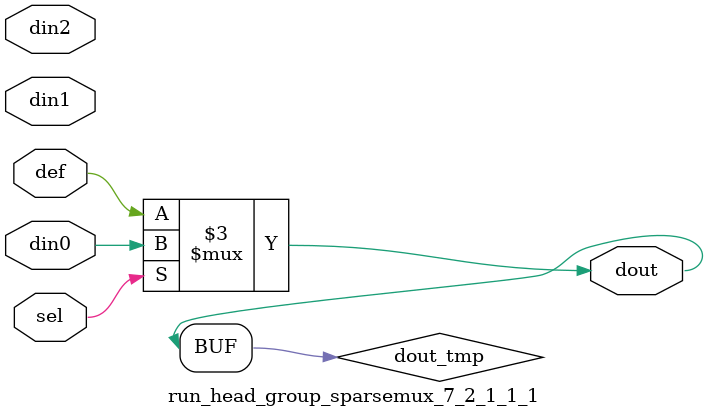
<source format=v>
`timescale 1ns / 1ps

module run_head_group_sparsemux_7_2_1_1_1 (din0,din1,din2,def,sel,dout);

parameter din0_WIDTH = 1;

parameter din1_WIDTH = 1;

parameter din2_WIDTH = 1;

parameter def_WIDTH = 1;
parameter sel_WIDTH = 1;
parameter dout_WIDTH = 1;

parameter [sel_WIDTH-1:0] CASE0 = 1;

parameter [sel_WIDTH-1:0] CASE1 = 1;

parameter [sel_WIDTH-1:0] CASE2 = 1;

parameter ID = 1;
parameter NUM_STAGE = 1;



input [din0_WIDTH-1:0] din0;

input [din1_WIDTH-1:0] din1;

input [din2_WIDTH-1:0] din2;

input [def_WIDTH-1:0] def;
input [sel_WIDTH-1:0] sel;

output [dout_WIDTH-1:0] dout;



reg [dout_WIDTH-1:0] dout_tmp;


always @ (*) begin
(* parallel_case *) case (sel)
    
    CASE0 : dout_tmp = din0;
    
    CASE1 : dout_tmp = din1;
    
    CASE2 : dout_tmp = din2;
    
    default : dout_tmp = def;
endcase
end


assign dout = dout_tmp;



endmodule

</source>
